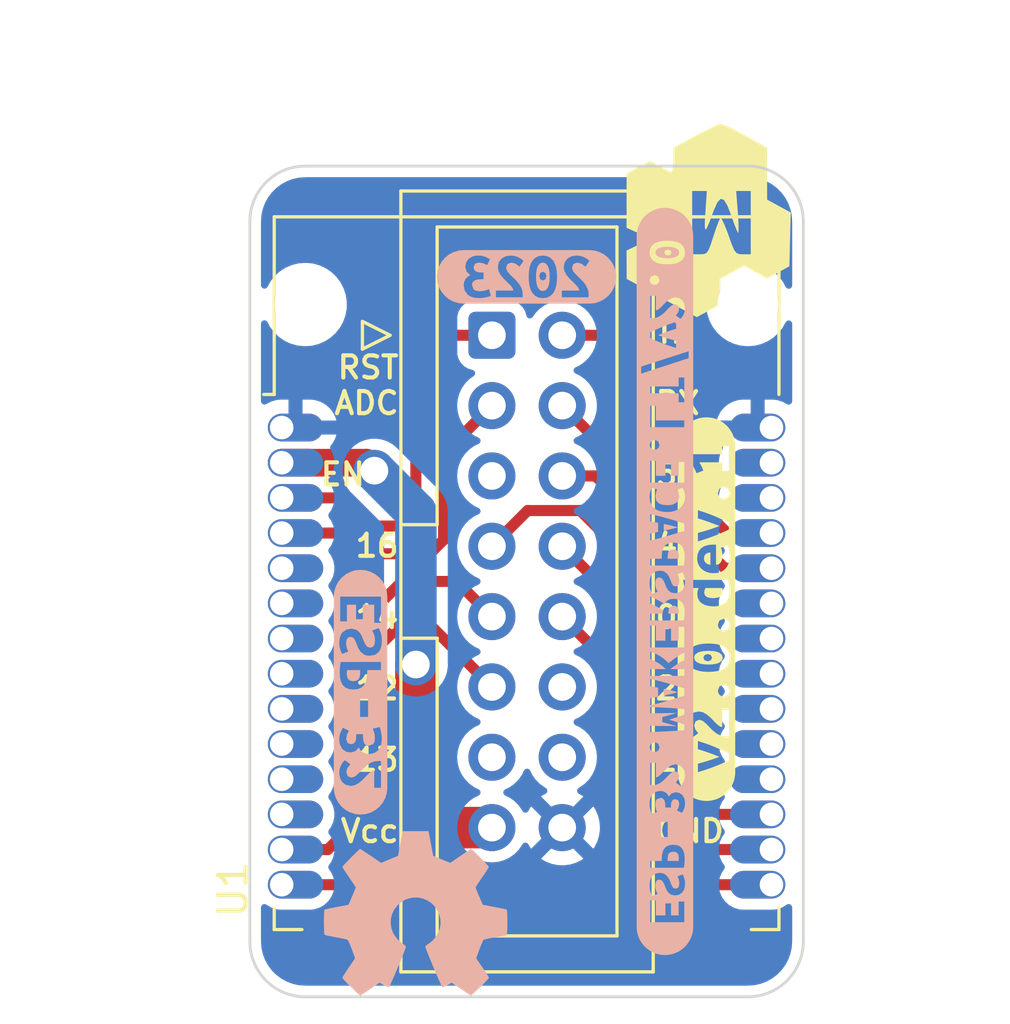
<source format=kicad_pcb>
(kicad_pcb (version 20211014) (generator pcbnew)
  (layers (0 "F.Cu" signal) (31 "B.Cu" signal) (34 "B.Paste" user) (35 "F.Paste" user) (36 "B.SilkS" user "B.Silkscreen") (37 "F.SilkS" user "F.Silkscreen") (38 "B.Mask" user) (39 "F.Mask" user) (44 "Edge.Cuts" user))
  (net 0 "")
  (net 1 "RST")
  (net 2 "TX")
  (net 3 "ADC")
  (net 4 "RX")
  (net 6 "IO5")
  (net 7 "IO16")
  (net 8 "IO4")
  (net 9 "IO14")
  (net 10 "IO0")
  (net 11 "IO12")
  (net 12 "IO2")
  (net 13 "IO13")
  (net 14 "IO15")
  (net 15 "Vcc")
  (net 16 "GND")
  (footprint "-local:ESP32-WROOM-32" (layer "F.Cu") (at 172.5 117.6925)
    (fp_text reference "U1" (at -10.61 8.43 90) (layer "F.SilkS"))
    (fp_text value "ESP32-WROOM-32")
    (pad "1" thru_hole oval (at -8.85 -8.25) (size 2 1) (drill 0.85 (offset 0.5 0)) (layers *.Cu *.Mask) (net 16 "GND"))
    (pad "2" thru_hole oval (at -8.85 -6.98) (size 2 1) (drill 0.85 (offset 0.5 0)) (layers *.Cu *.Mask) (net 15 "Vcc"))
    (pad "3" thru_hole oval (at -8.85 -5.71) (size 2 1) (drill 0.85 (offset 0.5 0)) (layers *.Cu *.Mask) (net 1 "RST"))
    (pad "4" thru_hole oval (at -8.85 -4.44) (size 2 1) (drill 0.85 (offset 0.5 0)) (layers *.Cu *.Mask) (net 3 "ADC"))
    (pad "5" thru_hole oval (at -8.85 -3.17) (size 2 1) (drill 0.85 (offset 0.5 0)) (layers *.Cu *.Mask))
    (pad "6" thru_hole oval (at -8.85 -1.9) (size 2 1) (drill 0.85 (offset 0.5 0)) (layers *.Cu *.Mask))
    (pad "7" thru_hole oval (at -8.85 -0.63) (size 2 1) (drill 0.85 (offset 0.5 0)) (layers *.Cu *.Mask))
    (pad "8" thru_hole oval (at -8.85 0.64) (size 2 1) (drill 0.85 (offset 0.5 0)) (layers *.Cu *.Mask))
    (pad "9" thru_hole oval (at -8.85 1.91) (size 2 1) (drill 0.85 (offset 0.5 0)) (layers *.Cu *.Mask))
    (pad "10" thru_hole oval (at -8.85 3.18) (size 2 1) (drill 0.85 (offset 0.5 0)) (layers *.Cu *.Mask))
    (pad "11" thru_hole oval (at -8.85 4.45) (size 2 1) (drill 0.85 (offset 0.5 0)) (layers *.Cu *.Mask))
    (pad "12" thru_hole oval (at -8.85 5.72) (size 2 1) (drill 0.85 (offset 0.5 0)) (layers *.Cu *.Mask))
    (pad "13" thru_hole oval (at -8.85 6.99) (size 2 1) (drill 0.85 (offset 0.5 0)) (layers *.Cu *.Mask) (net 9 "IO14"))
    (pad "14" thru_hole oval (at -8.85 8.26) (size 2 1) (drill 0.85 (offset 0.5 0)) (layers *.Cu *.Mask) (net 11 "IO12"))
    (pad "25" thru_hole oval (at 8.85 8.26) (size 2 1) (drill 0.85 (offset -0.5 0)) (layers *.Cu *.Mask) (net 10 "IO0"))
    (pad "26" thru_hole oval (at 8.85 6.99) (size 2 1) (drill 0.85 (offset -0.5 0)) (layers *.Cu *.Mask) (net 8 "IO4"))
    (pad "27" thru_hole oval (at 8.85 5.72) (size 2 1) (drill 0.85 (offset -0.5 0)) (layers *.Cu *.Mask) (net 7 "IO16"))
    (pad "28" thru_hole oval (at 8.85 4.45) (size 2 1) (drill 0.85 (offset -0.5 0)) (layers *.Cu *.Mask))
    (pad "29" thru_hole oval (at 8.85 3.18) (size 2 1) (drill 0.85 (offset -0.5 0)) (layers *.Cu *.Mask) (net 6 "IO5"))
    (pad "30" thru_hole oval (at 8.85 1.91) (size 2 1) (drill 0.85 (offset -0.5 0)) (layers *.Cu *.Mask))
    (pad "31" thru_hole oval (at 8.85 0.64) (size 2 1) (drill 0.85 (offset -0.5 0)) (layers *.Cu *.Mask))
    (pad "32" thru_hole oval (at 8.85 -0.63) (size 2 1) (drill 0.85 (offset -0.5 0)) (layers *.Cu *.Mask))
    (pad "33" thru_hole oval (at 8.85 -1.9) (size 2 1) (drill 0.85 (offset -0.5 0)) (layers *.Cu *.Mask))
    (pad "34" thru_hole oval (at 8.85 -3.17) (size 2 1) (drill 0.85 (offset -0.5 0)) (layers *.Cu *.Mask) (net 4 "RX"))
    (pad "35" thru_hole oval (at 8.85 -4.44) (size 2 1) (drill 0.85 (offset -0.5 0)) (layers *.Cu *.Mask) (net 2 "TX"))
    (pad "36" thru_hole oval (at 8.85 -5.71) (size 2 1) (drill 0.85 (offset -0.5 0)) (layers *.Cu *.Mask))
    (pad "37" thru_hole oval (at 8.85 -6.98) (size 2 1) (drill 0.85 (offset -0.5 0)) (layers *.Cu *.Mask))
    (pad "38" thru_hole oval (at 8.85 -8.25) (size 2 1) (drill 0.85 (offset -0.5 0)) (layers *.Cu *.Mask) (net 16 "GND"))
  )
  (footprint "-local:logo_kms_small_silkscreen" (layer "F.Cu") (at 179.5 102 180)
    (fp_text reference "G2" hide)
    (fp_text value "LOGO_KMS" hide)
  )
  (footprint "MountingHole:MountingHole_2.2mm_M2" (layer "F.Cu") (at 164.5 105)
    (fp_text reference "REF**" hide)
    (fp_text value "MountingHole_2.2mm_M2")
    (pad "" np_thru_hole circle (at 0 0) (size 2.2 2.2) (drill 2.2) (layers *.Cu *.Mask))
  )
  (footprint "kibuzzard-64D00BC3" (layer "F.Cu") (at 179 116 90)
    (fp_text reference "kibuzzard-64D00BC3" hide)
    (fp_text value "G***" hide)
  )
  (footprint "MountingHole:MountingHole_2.2mm_M2" (layer "F.Cu") (at 180.5 105)
    (fp_text reference "REF**" hide)
    (fp_text value "MountingHole_2.2mm_M2")
    (pad "" np_thru_hole circle (at 0 0) (size 2.2 2.2) (drill 2.2) (layers *.Cu *.Mask))
  )
  (footprint "Connector_IDC:IDC-Header_2x08_P2.54mm_Vertical" (layer "F.Cu") (at 171.2475 106.11)
    (fp_text reference "J1" hide)
    (fp_text value "flasher")
    (pad "1" thru_hole roundrect (at 0 0) (size 1.7 1.7) (drill 1) (layers *.Cu *.Mask) (roundrect_rratio 0.147059) (net 1 "RST"))
    (pad "2" thru_hole circle (at 2.54 0) (size 1.7 1.7) (drill 1) (layers *.Cu *.Mask) (net 2 "TX"))
    (pad "3" thru_hole circle (at 0 2.54) (size 1.7 1.7) (drill 1) (layers *.Cu *.Mask) (net 3 "ADC"))
    (pad "4" thru_hole circle (at 2.54 2.54) (size 1.7 1.7) (drill 1) (layers *.Cu *.Mask) (net 4 "RX"))
    (pad "5" thru_hole circle (at 0 5.08) (size 1.7 1.7) (drill 1) (layers *.Cu *.Mask))
    (pad "6" thru_hole circle (at 2.54 5.08) (size 1.7 1.7) (drill 1) (layers *.Cu *.Mask) (net 6 "IO5"))
    (pad "7" thru_hole circle (at 0 7.62) (size 1.7 1.7) (drill 1) (layers *.Cu *.Mask) (net 7 "IO16"))
    (pad "8" thru_hole circle (at 2.54 7.62) (size 1.7 1.7) (drill 1) (layers *.Cu *.Mask) (net 8 "IO4"))
    (pad "9" thru_hole circle (at 0 10.16) (size 1.7 1.7) (drill 1) (layers *.Cu *.Mask) (net 9 "IO14"))
    (pad "10" thru_hole circle (at 2.54 10.16) (size 1.7 1.7) (drill 1) (layers *.Cu *.Mask) (net 10 "IO0"))
    (pad "11" thru_hole circle (at 0 12.7) (size 1.7 1.7) (drill 1) (layers *.Cu *.Mask) (net 11 "IO12"))
    (pad "12" thru_hole circle (at 2.54 12.7) (size 1.7 1.7) (drill 1) (layers *.Cu *.Mask) (net 12 "IO2"))
    (pad "13" thru_hole circle (at 0 15.24) (size 1.7 1.7) (drill 1) (layers *.Cu *.Mask) (net 13 "IO13"))
    (pad "14" thru_hole circle (at 2.54 15.24) (size 1.7 1.7) (drill 1) (layers *.Cu *.Mask) (net 14 "IO15"))
    (pad "15" thru_hole circle (at 0 17.78) (size 1.7 1.7) (drill 1) (layers *.Cu *.Mask) (net 15 "Vcc"))
    (pad "16" thru_hole circle (at 2.54 17.78) (size 1.7 1.7) (drill 1) (layers *.Cu *.Mask) (net 16 "GND"))
  )
  (footprint "Symbol:OSHW-Symbol_6.7x6mm_SilkScreen" (layer "B.Cu") (at 168.5 127 180)
    (fp_text reference "G1" hide)
    (fp_text value "Logo_Open_Hardware_Large" hide)
  )
  (footprint "kibuzzard-64C97AAF" (layer "B.Cu") (at 172.5 104 180)
    (fp_text reference "kibuzzard-64C97AAF" hide)
    (fp_text value "G***" hide)
  )
  (footprint "kibuzzard-64C97AF4" (layer "B.Cu") (at 177.5 115 90)
    (fp_text reference "kibuzzard-64C97AF4" hide)
    (fp_text value "G***" hide)
  )
  (footprint "kibuzzard-64C972AC" (layer "B.Cu") (at 166.5 119 -90)
    (fp_text reference "kibuzzard-64C972AC" hide)
    (fp_text value "G***" hide)
  )
  (gr_line (start 164.5 130) (end 180.5 130) (layer "Edge.Cuts") (width 0.1))
  (gr_line (start 182.5 128) (end 182.5 102) (layer "Edge.Cuts") (width 0.1))
  (gr_line (start 162.5 102) (end 162.5 128) (layer "Edge.Cuts") (width 0.1))
  (gr_arc (start 162.5 102) (mid 163.085786 100.585786) (end 164.5 100) (layer "Edge.Cuts") (width 0.1))
  (gr_arc (start 164.5 130) (mid 163.085786 129.414214) (end 162.5 128) (layer "Edge.Cuts") (width 0.1))
  (gr_arc (start 180.5 100) (mid 181.914214 100.585786) (end 182.5 102) (layer "Edge.Cuts") (width 0.1))
  (gr_line (start 180.5 100) (end 164.5 100) (layer "Edge.Cuts") (width 0.1))
  (gr_arc (start 182.5 128) (mid 181.914214 129.414214) (end 180.5 130) (layer "Edge.Cuts") (width 0.1))
  (gr_text "\nRST\nADC\n\nEN  \n\n16\n\n14\n\n12\n\n13\n\nVcc" (at 167.9575 115) (layer "F.SilkS") (effects (font (size 0.8 0.8)) (justify right)))
  (gr_text "TX\n\nRX\n\n5\n\n4\n\n0\n\n2\n\n15\n\nGND" (at 177.0775 115) (layer "F.SilkS") (effects (font (size 0.8 0.8)) (justify left)))
  (segment (start 168 113) (end 167 113) (width 0.4) (layer "F.Cu") (net 1))
  (segment (start 168.5 112.5) (end 168 113) (width 0.4) (layer "F.Cu") (net 1))
  (segment (start 168.5 107.5) (end 168.5 112.5) (width 0.4) (layer "F.Cu") (net 1))
  (segment (start 171.2475 106.11) (end 169.89 106.11) (width 0.4) (layer "F.Cu") (net 1))
  (segment (start 169.89 106.11) (end 168.5 107.5) (width 0.4) (layer "F.Cu") (net 1))
  (segment (start 165.9825 111.9825) (end 163.65 111.9825) (width 0.4) (layer "F.Cu") (net 1))
  (segment (start 167 113) (end 165.9825 111.9825) (width 0.4) (layer "F.Cu") (net 1))
  (segment (start 175.11 106.11) (end 176 107) (width 0.4) (layer "F.Cu") (net 2))
  (segment (start 179.7525 113.2525) (end 181.35 113.2525) (width 0.4) (layer "F.Cu") (net 2))
  (segment (start 176 109.5) (end 179.7525 113.2525) (width 0.4) (layer "F.Cu") (net 2))
  (segment (start 176 107) (end 176 109.5) (width 0.4) (layer "F.Cu") (net 2))
  (segment (start 173.7875 106.11) (end 175.11 106.11) (width 0.4) (layer "F.Cu") (net 2))
  (segment (start 165.7525 113.2525) (end 163.65 113.2525) (width 0.4) (layer "F.Cu") (net 3))
  (segment (start 171.2475 108.65) (end 169.5 110.3975) (width 0.4) (layer "F.Cu") (net 3))
  (segment (start 166.5 114) (end 165.7525 113.2525) (width 0.4) (layer "F.Cu") (net 3))
  (segment (start 169.5 113.5) (end 169 114) (width 0.4) (layer "F.Cu") (net 3))
  (segment (start 169 114) (end 166.5 114) (width 0.4) (layer "F.Cu") (net 3))
  (segment (start 169.5 110.3975) (end 169.5 113.5) (width 0.4) (layer "F.Cu") (net 3))
  (segment (start 179.66 114.5225) (end 181.35 114.5225) (width 0.4) (layer "F.Cu") (net 4))
  (segment (start 173.7875 108.65) (end 179.66 114.5225) (width 0.4) (layer "F.Cu") (net 4))
  (segment (start 178.5 114.700419) (end 178.5 120) (width 0.4) (layer "F.Cu") (net 6))
  (segment (start 173.7875 111.19) (end 174.989581 111.19) (width 0.4) (layer "F.Cu") (net 6))
  (segment (start 178.5 120) (end 179.3725 120.8725) (width 0.4) (layer "F.Cu") (net 6))
  (segment (start 179.3725 120.8725) (end 181.35 120.8725) (width 0.4) (layer "F.Cu") (net 6))
  (segment (start 174.989581 111.19) (end 178.5 114.700419) (width 0.4) (layer "F.Cu") (net 6))
  (segment (start 177.5 121.5) (end 179.4125 123.4125) (width 0.4) (layer "F.Cu") (net 7))
  (segment (start 171.2475 113.73) (end 172.5375 112.44) (width 0.4) (layer "F.Cu") (net 7))
  (segment (start 174.44 112.44) (end 177.5 115.5) (width 0.4) (layer "F.Cu") (net 7))
  (segment (start 172.5375 112.44) (end 174.44 112.44) (width 0.4) (layer "F.Cu") (net 7))
  (segment (start 177.5 115.5) (end 177.5 121.5) (width 0.4) (layer "F.Cu") (net 7))
  (segment (start 179.4125 123.4125) (end 181.35 123.4125) (width 0.4) (layer "F.Cu") (net 7))
  (segment (start 178.6825 124.6825) (end 181.35 124.6825) (width 0.4) (layer "F.Cu") (net 8))
  (segment (start 173.7875 113.73) (end 176.5 116.4425) (width 0.4) (layer "F.Cu") (net 8))
  (segment (start 176.5 116.4425) (end 176.5 122.5) (width 0.4) (layer "F.Cu") (net 8))
  (segment (start 176.5 122.5) (end 178.6825 124.6825) (width 0.4) (layer "F.Cu") (net 8))
  (segment (start 168 115) (end 166 117) (width 0.4) (layer "F.Cu") (net 9))
  (segment (start 166 117) (end 166 124) (width 0.4) (layer "F.Cu") (net 9))
  (segment (start 169.9775 115) (end 168 115) (width 0.4) (layer "F.Cu") (net 9))
  (segment (start 165.3175 124.6825) (end 163.65 124.6825) (width 0.4) (layer "F.Cu") (net 9))
  (segment (start 171.2475 116.27) (end 169.9775 115) (width 0.4) (layer "F.Cu") (net 9))
  (segment (start 166 124) (end 165.3175 124.6825) (width 0.4) (layer "F.Cu") (net 9))
  (segment (start 177.9525 125.9525) (end 181.35 125.9525) (width 0.4) (layer "F.Cu") (net 10))
  (segment (start 175.5 123.5) (end 177.9525 125.9525) (width 0.4) (layer "F.Cu") (net 10))
  (segment (start 175.5 117.9825) (end 175.5 123.5) (width 0.4) (layer "F.Cu") (net 10))
  (segment (start 173.7875 116.27) (end 175.5 117.9825) (width 0.4) (layer "F.Cu") (net 10))
  (segment (start 167 125) (end 166.0475 125.9525) (width 0.4) (layer "F.Cu") (net 11))
  (segment (start 166.0475 125.9525) (end 163.65 125.9525) (width 0.4) (layer "F.Cu") (net 11))
  (segment (start 167 117.5) (end 167 125) (width 0.4) (layer "F.Cu") (net 11))
  (segment (start 168 116.5) (end 167 117.5) (width 0.4) (layer "F.Cu") (net 11))
  (segment (start 168.9375 116.5) (end 168 116.5) (width 0.4) (layer "F.Cu") (net 11))
  (segment (start 171.2475 118.81) (end 168.9375 116.5) (width 0.4) (layer "F.Cu") (net 11))
  (segment (start 166.7125 110.7125) (end 163.65 110.7125) (width 1) (layer "F.Cu") (net 15))
  (segment (start 169.39 123.89) (end 168.5 123) (width 1.5) (layer "F.Cu") (net 15))
  (segment (start 168.5 123) (end 168.5 118) (width 1.5) (layer "F.Cu") (net 15))
  (segment (start 171.2475 123.89) (end 169.39 123.89) (width 1.5) (layer "F.Cu") (net 15))
  (segment (start 167 111) (end 166.7125 110.7125) (width 1) (layer "F.Cu") (net 15))
  (via (at 168.5 118) (size 1.5) (drill 1) (layers "F.Cu" "B.Cu") (net 15))
  (via (at 167 111) (size 1.5) (drill 1) (layers "F.Cu" "B.Cu") (net 15))
  (segment (start 168.5 112.5) (end 168.5 118) (width 1.5) (layer "B.Cu") (net 15))
  (segment (start 167 111) (end 168.5 112.5) (width 1.5) (layer "B.Cu") (net 15))
  (zone (net 16) (net_name "GND") (layer "B.Cu") (connect_pads (clearance 0.4)) (min_thickness 0.254) (fill yes (thermal_gap 0.508) (thermal_bridge_width 0.508))
    (polygon (pts (xy 185.5 131) (xy 159.5 131) (xy 159.5 99) (xy 185.5 99)))
  )
)
</source>
